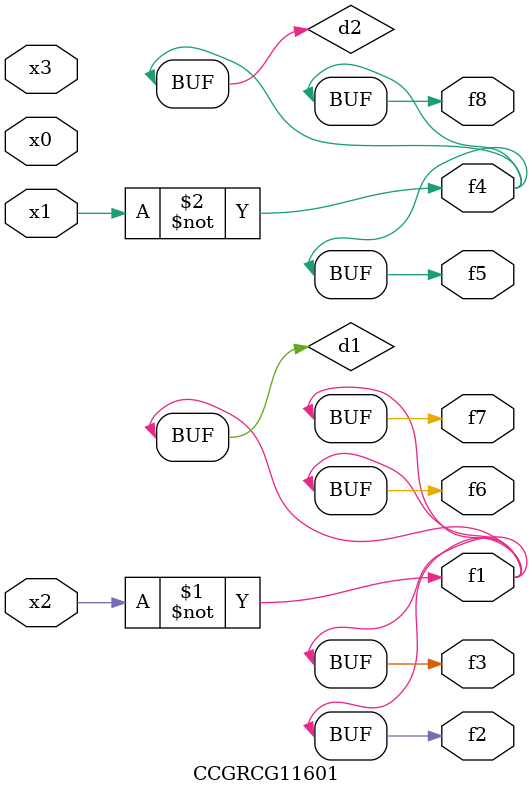
<source format=v>
module CCGRCG11601(
	input x0, x1, x2, x3,
	output f1, f2, f3, f4, f5, f6, f7, f8
);

	wire d1, d2;

	xnor (d1, x2);
	not (d2, x1);
	assign f1 = d1;
	assign f2 = d1;
	assign f3 = d1;
	assign f4 = d2;
	assign f5 = d2;
	assign f6 = d1;
	assign f7 = d1;
	assign f8 = d2;
endmodule

</source>
